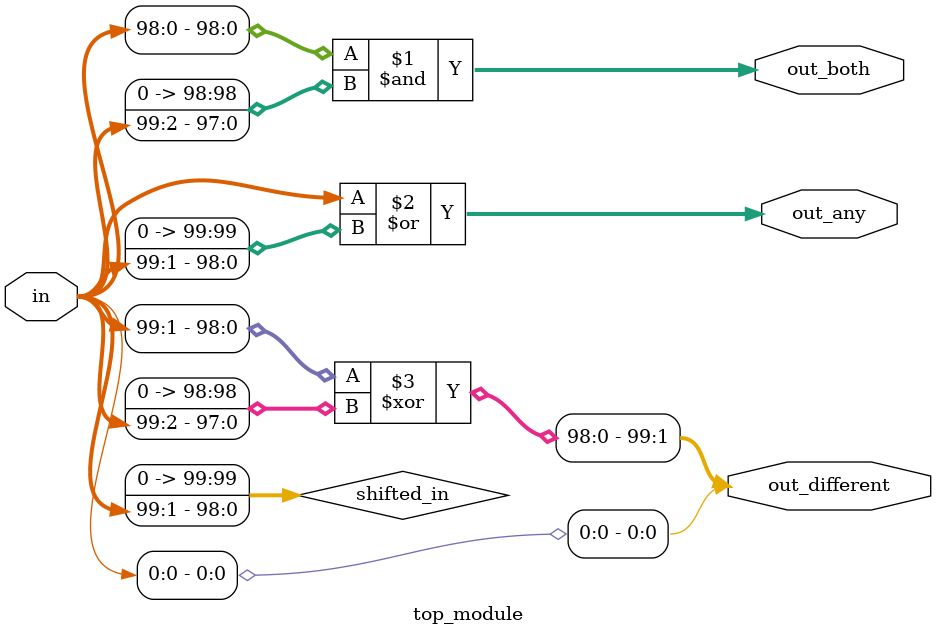
<source format=sv>
module top_module (
	input [99:0] in,
	output [98:0] out_both,
	output [99:0] out_any,
	output [99:0] out_different
);

    // Shift the input signal by one bit to the right
    wire [99:0] shifted_in;
    assign shifted_in = {1'b0, in[99:1]};

    // Generate out_both signal by performing bit-wise AND operation (99-bit)
    assign out_both = in[98:0] & shifted_in[99:1];

    // Generate out_any signal by performing bit-wise OR operation (100-bit)
    assign out_any = in | shifted_in;

    // Generate out_different signal by performing bit-wise XOR operation (100-bit)
    assign out_different[99:1] = in[99:1] ^ shifted_in[99:1];
    assign out_different[0] = in[0] ^ shifted_in[99];

endmodule

</source>
